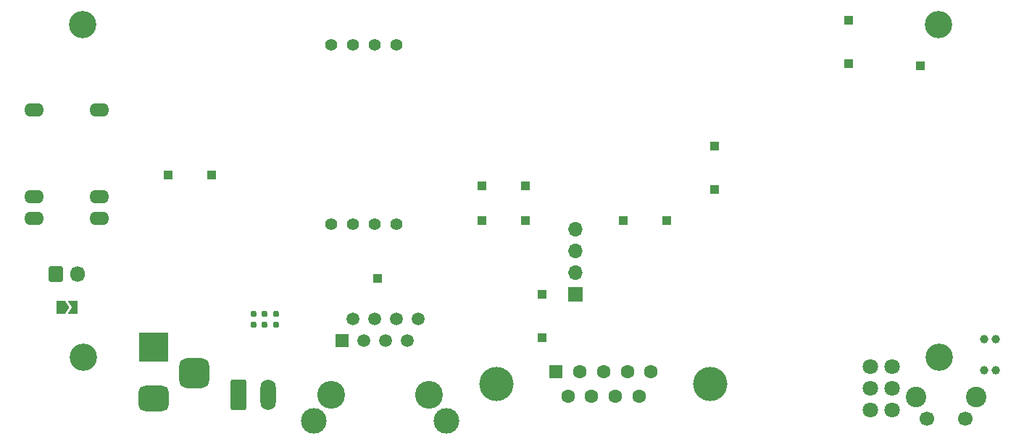
<source format=gbr>
%TF.GenerationSoftware,KiCad,Pcbnew,7.0.10*%
%TF.CreationDate,2024-04-30T16:31:27+09:00*%
%TF.ProjectId,ESP_Weight,4553505f-5765-4696-9768-742e6b696361,rev?*%
%TF.SameCoordinates,Original*%
%TF.FileFunction,Soldermask,Bot*%
%TF.FilePolarity,Negative*%
%FSLAX46Y46*%
G04 Gerber Fmt 4.6, Leading zero omitted, Abs format (unit mm)*
G04 Created by KiCad (PCBNEW 7.0.10) date 2024-04-30 16:31:27*
%MOMM*%
%LPD*%
G01*
G04 APERTURE LIST*
G04 Aperture macros list*
%AMRoundRect*
0 Rectangle with rounded corners*
0 $1 Rounding radius*
0 $2 $3 $4 $5 $6 $7 $8 $9 X,Y pos of 4 corners*
0 Add a 4 corners polygon primitive as box body*
4,1,4,$2,$3,$4,$5,$6,$7,$8,$9,$2,$3,0*
0 Add four circle primitives for the rounded corners*
1,1,$1+$1,$2,$3*
1,1,$1+$1,$4,$5*
1,1,$1+$1,$6,$7*
1,1,$1+$1,$8,$9*
0 Add four rect primitives between the rounded corners*
20,1,$1+$1,$2,$3,$4,$5,0*
20,1,$1+$1,$4,$5,$6,$7,0*
20,1,$1+$1,$6,$7,$8,$9,0*
20,1,$1+$1,$8,$9,$2,$3,0*%
%AMFreePoly0*
4,1,6,1.000000,0.000000,0.500000,-0.750000,-0.500000,-0.750000,-0.500000,0.750000,0.500000,0.750000,1.000000,0.000000,1.000000,0.000000,$1*%
%AMFreePoly1*
4,1,6,0.500000,-0.750000,-0.650000,-0.750000,-0.150000,0.000000,-0.650000,0.750000,0.500000,0.750000,0.500000,-0.750000,0.500000,-0.750000,$1*%
G04 Aperture macros list end*
%ADD10C,3.200000*%
%ADD11C,1.800000*%
%ADD12C,1.000000*%
%ADD13R,1.000000X1.000000*%
%ADD14C,1.400000*%
%ADD15C,3.250000*%
%ADD16R,1.500000X1.500000*%
%ADD17C,1.500000*%
%ADD18C,3.000000*%
%ADD19RoundRect,0.250000X-0.600000X-0.675000X0.600000X-0.675000X0.600000X0.675000X-0.600000X0.675000X0*%
%ADD20O,1.700000X1.850000*%
%ADD21O,2.300000X1.600000*%
%ADD22C,0.770000*%
%ADD23R,1.600000X1.600000*%
%ADD24C,1.600000*%
%ADD25C,4.000000*%
%ADD26R,1.700000X1.700000*%
%ADD27O,1.700000X1.700000*%
%ADD28RoundRect,0.250000X-0.650000X-1.550000X0.650000X-1.550000X0.650000X1.550000X-0.650000X1.550000X0*%
%ADD29O,1.800000X3.600000*%
%ADD30R,3.500000X3.500000*%
%ADD31RoundRect,0.750000X1.000000X-0.750000X1.000000X0.750000X-1.000000X0.750000X-1.000000X-0.750000X0*%
%ADD32RoundRect,0.875000X0.875000X-0.875000X0.875000X0.875000X-0.875000X0.875000X-0.875000X-0.875000X0*%
%ADD33C,2.400000*%
%ADD34C,1.700000*%
%ADD35FreePoly0,0.000000*%
%ADD36FreePoly1,0.000000*%
G04 APERTURE END LIST*
D10*
%TO.C,H2*%
X200787000Y-81026000D03*
%TD*%
D11*
%TO.C,D4*%
X195326000Y-121105000D03*
X195326000Y-123645000D03*
X195326000Y-126185000D03*
X192786000Y-126185000D03*
X192786000Y-123645000D03*
X192786000Y-121105000D03*
%TD*%
D12*
%TO.C,JP2*%
X207421000Y-121539000D03*
X206121000Y-121539000D03*
%TD*%
D13*
%TO.C,TP8*%
X190246000Y-85598000D03*
%TD*%
%TO.C,TP4*%
X115824000Y-98679000D03*
%TD*%
%TO.C,TP10*%
X174625000Y-100394000D03*
%TD*%
D10*
%TO.C,H4*%
X200838000Y-120052000D03*
%TD*%
D13*
%TO.C,TP7*%
X190246000Y-80518000D03*
%TD*%
D12*
%TO.C,JP1*%
X207421000Y-117856000D03*
X206121000Y-117856000D03*
%TD*%
D14*
%TO.C,U4*%
X129794000Y-83439000D03*
X132334000Y-83439000D03*
X134874000Y-83439000D03*
X137414000Y-83439000D03*
%TD*%
D15*
%TO.C,J4*%
X129817000Y-124385000D03*
X141247000Y-124385000D03*
D16*
X131087000Y-118035000D03*
D17*
X132357000Y-115495000D03*
X133627000Y-118035000D03*
X134897000Y-115495000D03*
X136167000Y-118035000D03*
X137437000Y-115495000D03*
X138707000Y-118035000D03*
X139977000Y-115495000D03*
D18*
X127762000Y-127435000D03*
X143302000Y-127435000D03*
%TD*%
D13*
%TO.C,TP18*%
X198628000Y-85852000D03*
%TD*%
D10*
%TO.C,H1*%
X100787000Y-81026000D03*
%TD*%
D13*
%TO.C,TP1*%
X147447000Y-99949000D03*
%TD*%
%TO.C,TP9*%
X174625000Y-95314000D03*
%TD*%
D10*
%TO.C,H3*%
X100838000Y-120052000D03*
%TD*%
D13*
%TO.C,TP17*%
X135255000Y-110744000D03*
%TD*%
%TO.C,TP2*%
X152527000Y-99949000D03*
%TD*%
D19*
%TO.C,J6*%
X97683000Y-110251000D03*
D20*
X100183000Y-110251000D03*
%TD*%
D14*
%TO.C,U6*%
X129794000Y-104394000D03*
X132334000Y-104394000D03*
X134874000Y-104394000D03*
X137414000Y-104394000D03*
%TD*%
D13*
%TO.C,TP5*%
X163957000Y-104013000D03*
%TD*%
D21*
%TO.C,K1*%
X95123000Y-91059000D03*
X95123000Y-101219000D03*
X95123000Y-103759000D03*
X102743000Y-103759000D03*
X102743000Y-101219000D03*
X102743000Y-91059000D03*
%TD*%
D13*
%TO.C,TP12*%
X154432000Y-117729000D03*
%TD*%
D22*
%TO.C,U2*%
X123347000Y-114920000D03*
X122047000Y-114920000D03*
X120747000Y-114920000D03*
X123347000Y-116220000D03*
X122047000Y-116220000D03*
X120747000Y-116220000D03*
%TD*%
D23*
%TO.C,J7*%
X156095000Y-121747000D03*
D24*
X158865000Y-121747000D03*
X161635000Y-121747000D03*
X164405000Y-121747000D03*
X167175000Y-121747000D03*
X157480000Y-124587000D03*
X160250000Y-124587000D03*
X163020000Y-124587000D03*
X165790000Y-124587000D03*
D25*
X149135000Y-123167000D03*
X174135000Y-123167000D03*
%TD*%
D13*
%TO.C,TP11*%
X154432000Y-112649000D03*
%TD*%
%TO.C,TP3*%
X110744000Y-98679000D03*
%TD*%
%TO.C,TP13*%
X147447000Y-104013000D03*
%TD*%
%TO.C,TP6*%
X169037000Y-104013000D03*
%TD*%
D26*
%TO.C,J2*%
X158369000Y-112649000D03*
D27*
X158369000Y-110109000D03*
X158369000Y-107569000D03*
X158369000Y-105029000D03*
%TD*%
D28*
%TO.C,J3*%
X118955000Y-124448500D03*
D29*
X122455000Y-124448500D03*
%TD*%
D13*
%TO.C,TP14*%
X152527000Y-104013000D03*
%TD*%
D30*
%TO.C,J1*%
X109093000Y-118841000D03*
D31*
X109093000Y-124841000D03*
D32*
X113793000Y-121841000D03*
%TD*%
D33*
%TO.C,SW1*%
X205176001Y-124695000D03*
X198176001Y-124695000D03*
D34*
X203926001Y-127195000D03*
X199426001Y-127195000D03*
%TD*%
D35*
%TO.C,JP3*%
X98208000Y-114173000D03*
D36*
X99658000Y-114173000D03*
%TD*%
M02*

</source>
